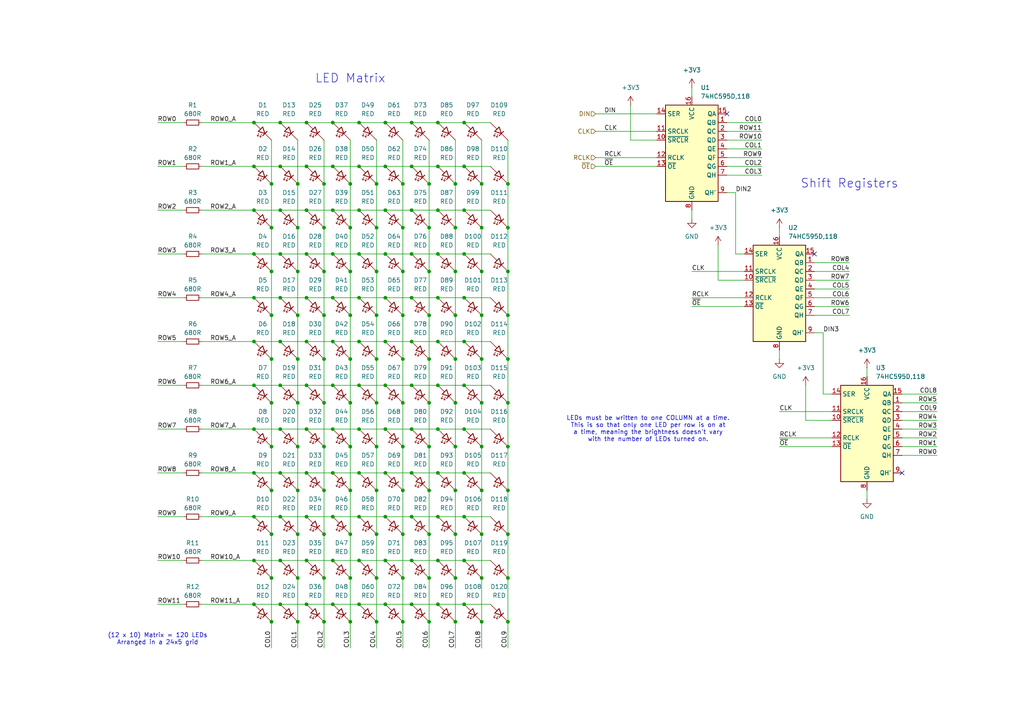
<source format=kicad_sch>
(kicad_sch (version 20231120) (generator "eeschema") (generator_version "8.0")
  (paper "A4")
  (junction (at 111.76 162.56))
  (junction (at 124.46 116.84))
  (junction (at 78.74 129.54))
  (junction (at 81.28 162.56))
  (junction (at 96.52 162.56))
  (junction (at 124.46 91.44))
  (junction (at 81.28 175.26))
  (junction (at 134.62 175.26))
  (junction (at 104.14 124.46))
  (junction (at 101.6 142.24))
  (junction (at 96.52 99.06))
  (junction (at 73.66 73.66))
  (junction (at 119.38 86.36))
  (junction (at 139.7 142.24))
  (junction (at 139.7 180.34))
  (junction (at 111.76 99.06))
  (junction (at 134.62 124.46))
  (junction (at 119.38 149.86))
  (junction (at 73.66 99.06))
  (junction (at 93.98 53.34))
  (junction (at 93.98 142.24))
  (junction (at 86.36 116.84))
  (junction (at 127 48.26))
  (junction (at 96.52 48.26))
  (junction (at 116.84 167.64))
  (junction (at 81.28 137.16))
  (junction (at 101.6 104.14))
  (junction (at 139.7 66.04))
  (junction (at 139.7 53.34))
  (junction (at 78.74 167.64))
  (junction (at 86.36 78.74))
  (junction (at 88.9 73.66))
  (junction (at 134.62 86.36))
  (junction (at 132.08 91.44))
  (junction (at 127 99.06))
  (junction (at 78.74 104.14))
  (junction (at 101.6 180.34))
  (junction (at 127 124.46))
  (junction (at 93.98 78.74))
  (junction (at 88.9 48.26))
  (junction (at 134.62 60.96))
  (junction (at 127 137.16))
  (junction (at 134.62 137.16))
  (junction (at 101.6 91.44))
  (junction (at 78.74 180.34))
  (junction (at 104.14 99.06))
  (junction (at 73.66 162.56))
  (junction (at 124.46 53.34))
  (junction (at 127 86.36))
  (junction (at 104.14 162.56))
  (junction (at 96.52 175.26))
  (junction (at 127 175.26))
  (junction (at 104.14 111.76))
  (junction (at 101.6 167.64))
  (junction (at 111.76 175.26))
  (junction (at 96.52 73.66))
  (junction (at 86.36 66.04))
  (junction (at 86.36 129.54))
  (junction (at 116.84 154.94))
  (junction (at 81.28 149.86))
  (junction (at 124.46 129.54))
  (junction (at 134.62 48.26))
  (junction (at 81.28 99.06))
  (junction (at 124.46 180.34))
  (junction (at 109.22 53.34))
  (junction (at 93.98 167.64))
  (junction (at 124.46 66.04))
  (junction (at 134.62 111.76))
  (junction (at 78.74 66.04))
  (junction (at 132.08 167.64))
  (junction (at 73.66 111.76))
  (junction (at 93.98 116.84))
  (junction (at 116.84 142.24))
  (junction (at 109.22 78.74))
  (junction (at 147.32 53.34))
  (junction (at 96.52 111.76))
  (junction (at 132.08 104.14))
  (junction (at 134.62 73.66))
  (junction (at 88.9 149.86))
  (junction (at 101.6 154.94))
  (junction (at 101.6 78.74))
  (junction (at 132.08 154.94))
  (junction (at 134.62 162.56))
  (junction (at 93.98 91.44))
  (junction (at 111.76 137.16))
  (junction (at 134.62 35.56))
  (junction (at 111.76 111.76))
  (junction (at 116.84 116.84))
  (junction (at 116.84 91.44))
  (junction (at 73.66 149.86))
  (junction (at 116.84 180.34))
  (junction (at 104.14 73.66))
  (junction (at 101.6 116.84))
  (junction (at 109.22 116.84))
  (junction (at 78.74 53.34))
  (junction (at 88.9 124.46))
  (junction (at 104.14 86.36))
  (junction (at 124.46 104.14))
  (junction (at 116.84 129.54))
  (junction (at 109.22 104.14))
  (junction (at 88.9 60.96))
  (junction (at 81.28 48.26))
  (junction (at 96.52 86.36))
  (junction (at 111.76 149.86))
  (junction (at 88.9 137.16))
  (junction (at 93.98 129.54))
  (junction (at 96.52 137.16))
  (junction (at 81.28 86.36))
  (junction (at 147.32 142.24))
  (junction (at 124.46 167.64))
  (junction (at 88.9 99.06))
  (junction (at 73.66 137.16))
  (junction (at 147.32 167.64))
  (junction (at 139.7 78.74))
  (junction (at 119.38 99.06))
  (junction (at 119.38 73.66))
  (junction (at 119.38 60.96))
  (junction (at 109.22 91.44))
  (junction (at 78.74 142.24))
  (junction (at 111.76 35.56))
  (junction (at 73.66 48.26))
  (junction (at 132.08 180.34))
  (junction (at 127 149.86))
  (junction (at 111.76 60.96))
  (junction (at 78.74 78.74))
  (junction (at 147.32 116.84))
  (junction (at 104.14 137.16))
  (junction (at 81.28 73.66))
  (junction (at 132.08 142.24))
  (junction (at 139.7 91.44))
  (junction (at 127 111.76))
  (junction (at 119.38 48.26))
  (junction (at 119.38 111.76))
  (junction (at 132.08 53.34))
  (junction (at 88.9 86.36))
  (junction (at 86.36 142.24))
  (junction (at 81.28 124.46))
  (junction (at 139.7 154.94))
  (junction (at 93.98 104.14))
  (junction (at 93.98 180.34))
  (junction (at 86.36 154.94))
  (junction (at 147.32 129.54))
  (junction (at 104.14 149.86))
  (junction (at 104.14 60.96))
  (junction (at 124.46 154.94))
  (junction (at 147.32 154.94))
  (junction (at 96.52 60.96))
  (junction (at 111.76 48.26))
  (junction (at 139.7 104.14))
  (junction (at 104.14 175.26))
  (junction (at 116.84 66.04))
  (junction (at 109.22 154.94))
  (junction (at 93.98 154.94))
  (junction (at 127 60.96))
  (junction (at 139.7 167.64))
  (junction (at 127 35.56))
  (junction (at 134.62 99.06))
  (junction (at 147.32 91.44))
  (junction (at 119.38 35.56))
  (junction (at 111.76 73.66))
  (junction (at 109.22 180.34))
  (junction (at 88.9 162.56))
  (junction (at 139.7 129.54))
  (junction (at 132.08 116.84))
  (junction (at 101.6 129.54))
  (junction (at 109.22 129.54))
  (junction (at 81.28 60.96))
  (junction (at 93.98 66.04))
  (junction (at 86.36 104.14))
  (junction (at 111.76 124.46))
  (junction (at 124.46 78.74))
  (junction (at 96.52 35.56))
  (junction (at 78.74 154.94))
  (junction (at 116.84 53.34))
  (junction (at 78.74 91.44))
  (junction (at 124.46 142.24))
  (junction (at 88.9 111.76))
  (junction (at 86.36 180.34))
  (junction (at 109.22 66.04))
  (junction (at 147.32 104.14))
  (junction (at 127 73.66))
  (junction (at 104.14 48.26))
  (junction (at 119.38 124.46))
  (junction (at 119.38 175.26))
  (junction (at 116.84 104.14))
  (junction (at 139.7 116.84))
  (junction (at 132.08 78.74))
  (junction (at 147.32 66.04))
  (junction (at 81.28 35.56))
  (junction (at 73.66 175.26))
  (junction (at 104.14 35.56))
  (junction (at 88.9 35.56))
  (junction (at 109.22 167.64))
  (junction (at 127 162.56))
  (junction (at 73.66 124.46))
  (junction (at 116.84 78.74))
  (junction (at 86.36 167.64))
  (junction (at 86.36 53.34))
  (junction (at 132.08 66.04))
  (junction (at 134.62 149.86))
  (junction (at 73.66 86.36))
  (junction (at 81.28 111.76))
  (junction (at 96.52 124.46))
  (junction (at 88.9 175.26))
  (junction (at 147.32 180.34))
  (junction (at 78.74 116.84))
  (junction (at 73.66 35.56))
  (junction (at 109.22 142.24))
  (junction (at 73.66 60.96))
  (junction (at 119.38 162.56))
  (junction (at 96.52 149.86))
  (junction (at 147.32 78.74))
  (junction (at 132.08 129.54))
  (junction (at 101.6 53.34))
  (junction (at 119.38 137.16))
  (junction (at 111.76 86.36))
  (junction (at 86.36 91.44))
  (junction (at 101.6 66.04))
  (no_connect (at 261.62 137.16))
  (no_connect (at 236.22 73.66))
  (no_connect (at 210.82 33.02))
  (wire (pts (xy 119.38 111.76) (xy 127 111.76)))
  (wire (pts (xy 81.28 124.46) (xy 88.9 124.46)))
  (wire (pts (xy 119.38 86.36) (xy 127 86.36)))
  (wire (pts (xy 116.84 78.74) (xy 116.84 91.44)))
  (wire (pts (xy 132.08 91.44) (xy 132.08 104.14)))
  (wire (pts (xy 271.78 114.3) (xy 261.62 114.3)))
  (wire (pts (xy 81.28 48.26) (xy 88.9 48.26)))
  (wire (pts (xy 93.98 66.04) (xy 93.98 78.74)))
  (wire (pts (xy 127 149.86) (xy 134.62 149.86)))
  (wire (pts (xy 226.06 119.38) (xy 241.3 119.38)))
  (wire (pts (xy 109.22 116.84) (xy 109.22 129.54)))
  (wire (pts (xy 134.62 124.46) (xy 142.24 124.46)))
  (wire (pts (xy 73.66 86.36) (xy 81.28 86.36)))
  (wire (pts (xy 45.72 86.36) (xy 53.34 86.36)))
  (wire (pts (xy 101.6 129.54) (xy 101.6 142.24)))
  (wire (pts (xy 271.78 124.46) (xy 261.62 124.46)))
  (wire (pts (xy 58.42 149.86) (xy 73.66 149.86)))
  (wire (pts (xy 134.62 175.26) (xy 142.24 175.26)))
  (wire (pts (xy 220.98 35.56) (xy 210.82 35.56)))
  (wire (pts (xy 101.6 167.64) (xy 101.6 180.34)))
  (wire (pts (xy 86.36 40.64) (xy 86.36 53.34)))
  (wire (pts (xy 116.84 180.34) (xy 116.84 187.96)))
  (wire (pts (xy 88.9 60.96) (xy 96.52 60.96)))
  (wire (pts (xy 210.82 45.72) (xy 220.98 45.72)))
  (wire (pts (xy 109.22 154.94) (xy 109.22 167.64)))
  (wire (pts (xy 127 73.66) (xy 134.62 73.66)))
  (wire (pts (xy 101.6 180.34) (xy 101.6 187.96)))
  (wire (pts (xy 134.62 86.36) (xy 142.24 86.36)))
  (wire (pts (xy 246.38 86.36) (xy 236.22 86.36)))
  (wire (pts (xy 88.9 137.16) (xy 96.52 137.16)))
  (wire (pts (xy 134.62 149.86) (xy 142.24 149.86)))
  (wire (pts (xy 81.28 175.26) (xy 88.9 175.26)))
  (wire (pts (xy 78.74 167.64) (xy 78.74 180.34)))
  (wire (pts (xy 147.32 154.94) (xy 147.32 167.64)))
  (wire (pts (xy 139.7 53.34) (xy 139.7 66.04)))
  (wire (pts (xy 58.42 48.26) (xy 73.66 48.26)))
  (wire (pts (xy 238.76 114.3) (xy 241.3 114.3)))
  (wire (pts (xy 132.08 142.24) (xy 132.08 154.94)))
  (wire (pts (xy 58.42 124.46) (xy 73.66 124.46)))
  (wire (pts (xy 132.08 53.34) (xy 132.08 66.04)))
  (wire (pts (xy 233.68 121.92) (xy 241.3 121.92)))
  (wire (pts (xy 111.76 99.06) (xy 119.38 99.06)))
  (wire (pts (xy 109.22 66.04) (xy 109.22 78.74)))
  (wire (pts (xy 127 162.56) (xy 134.62 162.56)))
  (wire (pts (xy 226.06 66.04) (xy 226.06 68.58)))
  (wire (pts (xy 96.52 162.56) (xy 104.14 162.56)))
  (wire (pts (xy 88.9 48.26) (xy 96.52 48.26)))
  (wire (pts (xy 58.42 60.96) (xy 73.66 60.96)))
  (wire (pts (xy 78.74 180.34) (xy 78.74 187.96)))
  (wire (pts (xy 109.22 78.74) (xy 109.22 91.44)))
  (wire (pts (xy 124.46 104.14) (xy 124.46 116.84)))
  (wire (pts (xy 78.74 142.24) (xy 78.74 154.94)))
  (wire (pts (xy 78.74 53.34) (xy 78.74 66.04)))
  (wire (pts (xy 139.7 129.54) (xy 139.7 142.24)))
  (wire (pts (xy 119.38 162.56) (xy 127 162.56)))
  (wire (pts (xy 213.36 73.66) (xy 215.9 73.66)))
  (wire (pts (xy 81.28 111.76) (xy 88.9 111.76)))
  (wire (pts (xy 139.7 116.84) (xy 139.7 129.54)))
  (wire (pts (xy 104.14 124.46) (xy 111.76 124.46)))
  (wire (pts (xy 111.76 48.26) (xy 119.38 48.26)))
  (wire (pts (xy 220.98 40.64) (xy 210.82 40.64)))
  (wire (pts (xy 116.84 142.24) (xy 116.84 154.94)))
  (wire (pts (xy 104.14 73.66) (xy 111.76 73.66)))
  (wire (pts (xy 147.32 129.54) (xy 147.32 142.24)))
  (wire (pts (xy 109.22 104.14) (xy 109.22 116.84)))
  (wire (pts (xy 93.98 91.44) (xy 93.98 104.14)))
  (wire (pts (xy 200.66 86.36) (xy 215.9 86.36)))
  (wire (pts (xy 124.46 167.64) (xy 124.46 180.34)))
  (wire (pts (xy 182.88 40.64) (xy 190.5 40.64)))
  (wire (pts (xy 246.38 91.44) (xy 236.22 91.44)))
  (wire (pts (xy 116.84 40.64) (xy 116.84 53.34)))
  (wire (pts (xy 226.06 127) (xy 241.3 127)))
  (wire (pts (xy 132.08 78.74) (xy 132.08 91.44)))
  (wire (pts (xy 111.76 111.76) (xy 119.38 111.76)))
  (wire (pts (xy 73.66 149.86) (xy 81.28 149.86)))
  (wire (pts (xy 101.6 104.14) (xy 101.6 116.84)))
  (wire (pts (xy 246.38 88.9) (xy 236.22 88.9)))
  (wire (pts (xy 78.74 116.84) (xy 78.74 129.54)))
  (wire (pts (xy 45.72 60.96) (xy 53.34 60.96)))
  (wire (pts (xy 127 99.06) (xy 134.62 99.06)))
  (wire (pts (xy 147.32 91.44) (xy 147.32 104.14)))
  (wire (pts (xy 101.6 78.74) (xy 101.6 91.44)))
  (wire (pts (xy 134.62 60.96) (xy 142.24 60.96)))
  (wire (pts (xy 147.32 116.84) (xy 147.32 129.54)))
  (wire (pts (xy 45.72 35.56) (xy 53.34 35.56)))
  (wire (pts (xy 127 137.16) (xy 134.62 137.16)))
  (wire (pts (xy 134.62 35.56) (xy 142.24 35.56)))
  (wire (pts (xy 88.9 86.36) (xy 96.52 86.36)))
  (wire (pts (xy 73.66 60.96) (xy 81.28 60.96)))
  (wire (pts (xy 134.62 162.56) (xy 142.24 162.56)))
  (wire (pts (xy 104.14 99.06) (xy 111.76 99.06)))
  (wire (pts (xy 96.52 137.16) (xy 104.14 137.16)))
  (wire (pts (xy 127 175.26) (xy 134.62 175.26)))
  (wire (pts (xy 116.84 154.94) (xy 116.84 167.64)))
  (wire (pts (xy 139.7 91.44) (xy 139.7 104.14)))
  (wire (pts (xy 116.84 129.54) (xy 116.84 142.24)))
  (wire (pts (xy 147.32 66.04) (xy 147.32 78.74)))
  (wire (pts (xy 139.7 180.34) (xy 139.7 187.96)))
  (wire (pts (xy 104.14 48.26) (xy 111.76 48.26)))
  (wire (pts (xy 58.42 35.56) (xy 73.66 35.56)))
  (wire (pts (xy 104.14 162.56) (xy 111.76 162.56)))
  (wire (pts (xy 111.76 137.16) (xy 119.38 137.16)))
  (wire (pts (xy 132.08 180.34) (xy 132.08 187.96)))
  (wire (pts (xy 238.76 96.52) (xy 236.22 96.52)))
  (wire (pts (xy 93.98 180.34) (xy 93.98 187.96)))
  (wire (pts (xy 93.98 154.94) (xy 93.98 167.64)))
  (wire (pts (xy 132.08 167.64) (xy 132.08 180.34)))
  (wire (pts (xy 58.42 99.06) (xy 73.66 99.06)))
  (wire (pts (xy 124.46 180.34) (xy 124.46 187.96)))
  (wire (pts (xy 251.46 106.68) (xy 251.46 109.22)))
  (wire (pts (xy 116.84 167.64) (xy 116.84 180.34)))
  (wire (pts (xy 127 48.26) (xy 134.62 48.26)))
  (wire (pts (xy 226.06 129.54) (xy 241.3 129.54)))
  (wire (pts (xy 93.98 53.34) (xy 93.98 66.04)))
  (wire (pts (xy 134.62 111.76) (xy 142.24 111.76)))
  (wire (pts (xy 93.98 78.74) (xy 93.98 91.44)))
  (wire (pts (xy 78.74 91.44) (xy 78.74 104.14)))
  (wire (pts (xy 73.66 137.16) (xy 81.28 137.16)))
  (wire (pts (xy 88.9 111.76) (xy 96.52 111.76)))
  (wire (pts (xy 86.36 116.84) (xy 86.36 129.54)))
  (wire (pts (xy 86.36 167.64) (xy 86.36 180.34)))
  (wire (pts (xy 93.98 142.24) (xy 93.98 154.94)))
  (wire (pts (xy 109.22 91.44) (xy 109.22 104.14)))
  (wire (pts (xy 104.14 35.56) (xy 111.76 35.56)))
  (wire (pts (xy 109.22 53.34) (xy 109.22 66.04)))
  (wire (pts (xy 109.22 167.64) (xy 109.22 180.34)))
  (wire (pts (xy 119.38 60.96) (xy 127 60.96)))
  (wire (pts (xy 45.72 73.66) (xy 53.34 73.66)))
  (wire (pts (xy 58.42 162.56) (xy 73.66 162.56)))
  (wire (pts (xy 73.66 162.56) (xy 81.28 162.56)))
  (wire (pts (xy 127 35.56) (xy 134.62 35.56)))
  (wire (pts (xy 124.46 66.04) (xy 124.46 78.74)))
  (wire (pts (xy 119.38 73.66) (xy 127 73.66)))
  (wire (pts (xy 88.9 73.66) (xy 96.52 73.66)))
  (wire (pts (xy 88.9 175.26) (xy 96.52 175.26)))
  (wire (pts (xy 119.38 175.26) (xy 127 175.26)))
  (wire (pts (xy 73.66 73.66) (xy 81.28 73.66)))
  (wire (pts (xy 271.78 121.92) (xy 261.62 121.92)))
  (wire (pts (xy 271.78 119.38) (xy 261.62 119.38)))
  (wire (pts (xy 147.32 167.64) (xy 147.32 180.34)))
  (wire (pts (xy 246.38 81.28) (xy 236.22 81.28)))
  (wire (pts (xy 124.46 91.44) (xy 124.46 104.14)))
  (wire (pts (xy 101.6 40.64) (xy 101.6 53.34)))
  (wire (pts (xy 78.74 66.04) (xy 78.74 78.74)))
  (wire (pts (xy 111.76 35.56) (xy 119.38 35.56)))
  (wire (pts (xy 78.74 104.14) (xy 78.74 116.84)))
  (wire (pts (xy 45.72 124.46) (xy 53.34 124.46)))
  (wire (pts (xy 104.14 60.96) (xy 111.76 60.96)))
  (wire (pts (xy 271.78 116.84) (xy 261.62 116.84)))
  (wire (pts (xy 93.98 40.64) (xy 93.98 53.34)))
  (wire (pts (xy 101.6 91.44) (xy 101.6 104.14)))
  (wire (pts (xy 220.98 48.26) (xy 210.82 48.26)))
  (wire (pts (xy 147.32 142.24) (xy 147.32 154.94)))
  (wire (pts (xy 104.14 149.86) (xy 111.76 149.86)))
  (wire (pts (xy 172.72 48.26) (xy 190.5 48.26)))
  (wire (pts (xy 124.46 78.74) (xy 124.46 91.44)))
  (wire (pts (xy 73.66 48.26) (xy 81.28 48.26)))
  (wire (pts (xy 119.38 124.46) (xy 127 124.46)))
  (wire (pts (xy 139.7 142.24) (xy 139.7 154.94)))
  (wire (pts (xy 246.38 83.82) (xy 236.22 83.82)))
  (wire (pts (xy 104.14 175.26) (xy 111.76 175.26)))
  (wire (pts (xy 200.66 25.4) (xy 200.66 27.94)))
  (wire (pts (xy 88.9 35.56) (xy 96.52 35.56)))
  (wire (pts (xy 81.28 35.56) (xy 88.9 35.56)))
  (wire (pts (xy 124.46 40.64) (xy 124.46 53.34)))
  (wire (pts (xy 109.22 40.64) (xy 109.22 53.34)))
  (wire (pts (xy 116.84 53.34) (xy 116.84 66.04)))
  (wire (pts (xy 109.22 180.34) (xy 109.22 187.96)))
  (wire (pts (xy 147.32 40.64) (xy 147.32 53.34)))
  (wire (pts (xy 127 111.76) (xy 134.62 111.76)))
  (wire (pts (xy 132.08 154.94) (xy 132.08 167.64)))
  (wire (pts (xy 220.98 38.1) (xy 210.82 38.1)))
  (wire (pts (xy 119.38 35.56) (xy 127 35.56)))
  (wire (pts (xy 86.36 104.14) (xy 86.36 116.84)))
  (wire (pts (xy 93.98 167.64) (xy 93.98 180.34)))
  (wire (pts (xy 172.72 33.02) (xy 190.5 33.02)))
  (wire (pts (xy 124.46 129.54) (xy 124.46 142.24)))
  (wire (pts (xy 213.36 55.88) (xy 213.36 73.66)))
  (wire (pts (xy 132.08 40.64) (xy 132.08 53.34)))
  (wire (pts (xy 147.32 53.34) (xy 147.32 66.04)))
  (wire (pts (xy 271.78 127) (xy 261.62 127)))
  (wire (pts (xy 139.7 167.64) (xy 139.7 180.34)))
  (wire (pts (xy 86.36 129.54) (xy 86.36 142.24)))
  (wire (pts (xy 104.14 111.76) (xy 111.76 111.76)))
  (wire (pts (xy 73.66 124.46) (xy 81.28 124.46)))
  (wire (pts (xy 111.76 73.66) (xy 119.38 73.66)))
  (wire (pts (xy 109.22 129.54) (xy 109.22 142.24)))
  (wire (pts (xy 132.08 104.14) (xy 132.08 116.84)))
  (wire (pts (xy 111.76 124.46) (xy 119.38 124.46)))
  (wire (pts (xy 101.6 116.84) (xy 101.6 129.54)))
  (wire (pts (xy 73.66 99.06) (xy 81.28 99.06)))
  (wire (pts (xy 271.78 132.08) (xy 261.62 132.08)))
  (wire (pts (xy 238.76 96.52) (xy 238.76 114.3)))
  (wire (pts (xy 226.06 101.6) (xy 226.06 104.14)))
  (wire (pts (xy 251.46 142.24) (xy 251.46 144.78)))
  (wire (pts (xy 86.36 66.04) (xy 86.36 78.74)))
  (wire (pts (xy 132.08 116.84) (xy 132.08 129.54)))
  (wire (pts (xy 73.66 111.76) (xy 81.28 111.76)))
  (wire (pts (xy 127 60.96) (xy 134.62 60.96)))
  (wire (pts (xy 45.72 149.86) (xy 53.34 149.86)))
  (wire (pts (xy 78.74 40.64) (xy 78.74 53.34)))
  (wire (pts (xy 220.98 43.18) (xy 210.82 43.18)))
  (wire (pts (xy 139.7 40.64) (xy 139.7 53.34)))
  (wire (pts (xy 119.38 99.06) (xy 127 99.06)))
  (wire (pts (xy 86.36 180.34) (xy 86.36 187.96)))
  (wire (pts (xy 116.84 91.44) (xy 116.84 104.14)))
  (wire (pts (xy 96.52 86.36) (xy 104.14 86.36)))
  (wire (pts (xy 134.62 48.26) (xy 142.24 48.26)))
  (wire (pts (xy 208.28 71.12) (xy 208.28 81.28)))
  (wire (pts (xy 134.62 73.66) (xy 142.24 73.66)))
  (wire (pts (xy 127 86.36) (xy 134.62 86.36)))
  (wire (pts (xy 93.98 129.54) (xy 93.98 142.24)))
  (wire (pts (xy 93.98 116.84) (xy 93.98 129.54)))
  (wire (pts (xy 96.52 149.86) (xy 104.14 149.86)))
  (wire (pts (xy 139.7 78.74) (xy 139.7 91.44)))
  (wire (pts (xy 73.66 175.26) (xy 81.28 175.26)))
  (wire (pts (xy 111.76 60.96) (xy 119.38 60.96)))
  (wire (pts (xy 86.36 78.74) (xy 86.36 91.44)))
  (wire (pts (xy 86.36 53.34) (xy 86.36 66.04)))
  (wire (pts (xy 200.66 88.9) (xy 215.9 88.9)))
  (wire (pts (xy 111.76 149.86) (xy 119.38 149.86)))
  (wire (pts (xy 78.74 78.74) (xy 78.74 91.44)))
  (wire (pts (xy 119.38 137.16) (xy 127 137.16)))
  (wire (pts (xy 139.7 66.04) (xy 139.7 78.74)))
  (wire (pts (xy 200.66 60.96) (xy 200.66 63.5)))
  (wire (pts (xy 271.78 129.54) (xy 261.62 129.54)))
  (wire (pts (xy 116.84 66.04) (xy 116.84 78.74)))
  (wire (pts (xy 172.72 45.72) (xy 190.5 45.72)))
  (wire (pts (xy 88.9 124.46) (xy 96.52 124.46)))
  (wire (pts (xy 73.66 35.56) (xy 81.28 35.56)))
  (wire (pts (xy 132.08 129.54) (xy 132.08 142.24)))
  (wire (pts (xy 96.52 111.76) (xy 104.14 111.76)))
  (wire (pts (xy 58.42 73.66) (xy 73.66 73.66)))
  (wire (pts (xy 96.52 73.66) (xy 104.14 73.66)))
  (wire (pts (xy 81.28 60.96) (xy 88.9 60.96)))
  (wire (pts (xy 45.72 175.26) (xy 53.34 175.26)))
  (wire (pts (xy 119.38 149.86) (xy 127 149.86)))
  (wire (pts (xy 116.84 116.84) (xy 116.84 129.54)))
  (wire (pts (xy 88.9 149.86) (xy 96.52 149.86)))
  (wire (pts (xy 58.42 175.26) (xy 73.66 175.26)))
  (wire (pts (xy 246.38 76.2) (xy 236.22 76.2)))
  (wire (pts (xy 147.32 104.14) (xy 147.32 116.84)))
  (wire (pts (xy 96.52 124.46) (xy 104.14 124.46)))
  (wire (pts (xy 124.46 116.84) (xy 124.46 129.54)))
  (wire (pts (xy 101.6 154.94) (xy 101.6 167.64)))
  (wire (pts (xy 101.6 142.24) (xy 101.6 154.94)))
  (wire (pts (xy 96.52 175.26) (xy 104.14 175.26)))
  (wire (pts (xy 111.76 86.36) (xy 119.38 86.36)))
  (wire (pts (xy 96.52 35.56) (xy 104.14 35.56)))
  (wire (pts (xy 139.7 154.94) (xy 139.7 167.64)))
  (wire (pts (xy 119.38 48.26) (xy 127 48.26)))
  (wire (pts (xy 86.36 154.94) (xy 86.36 167.64)))
  (wire (pts (xy 246.38 78.74) (xy 236.22 78.74)))
  (wire (pts (xy 111.76 162.56) (xy 119.38 162.56)))
  (wire (pts (xy 134.62 99.06) (xy 142.24 99.06)))
  (wire (pts (xy 86.36 142.24) (xy 86.36 154.94)))
  (wire (pts (xy 147.32 180.34) (xy 147.32 187.96)))
  (wire (pts (xy 233.68 111.76) (xy 233.68 121.92)))
  (wire (pts (xy 86.36 91.44) (xy 86.36 104.14)))
  (wire (pts (xy 96.52 99.06) (xy 104.14 99.06)))
  (wire (pts (xy 132.08 66.04) (xy 132.08 78.74)))
  (wire (pts (xy 104.14 86.36) (xy 111.76 86.36)))
  (wire (pts (xy 81.28 149.86) (xy 88.9 149.86)))
  (wire (pts (xy 210.82 55.88) (xy 213.36 55.88)))
  (wire (pts (xy 45.72 162.56) (xy 53.34 162.56)))
  (wire (pts (xy 78.74 154.94) (xy 78.74 167.64)))
  (wire (pts (xy 139.7 104.14) (xy 139.7 116.84)))
  (wire (pts (xy 81.28 137.16) (xy 88.9 137.16)))
  (wire (pts (xy 81.28 99.06) (xy 88.9 99.06)))
  (wire (pts (xy 81.28 73.66) (xy 88.9 73.66)))
  (wire (pts (xy 93.98 104.14) (xy 93.98 116.84)))
  (wire (pts (xy 116.84 104.14) (xy 116.84 116.84)))
  (wire (pts (xy 58.42 111.76) (xy 73.66 111.76)))
  (wire (pts (xy 45.72 111.76) (xy 53.34 111.76)))
  (wire (pts (xy 124.46 53.34) (xy 124.46 66.04)))
  (wire (pts (xy 45.72 99.06) (xy 53.34 99.06)))
  (wire (pts (xy 111.76 175.26) (xy 119.38 175.26)))
  (wire (pts (xy 81.28 162.56) (xy 88.9 162.56)))
  (wire (pts (xy 220.98 50.8) (xy 210.82 50.8)))
  (wire (pts (xy 124.46 154.94) (xy 124.46 167.64)))
  (wire (pts (xy 109.22 142.24) (xy 109.22 154.94)))
  (wire (pts (xy 58.42 86.36) (xy 73.66 86.36)))
  (wire (pts (xy 172.72 38.1) (xy 190.5 38.1)))
  (wire (pts (xy 45.72 137.16) (xy 53.34 137.16)))
  (wire (pts (xy 134.62 137.16) (xy 142.24 137.16)))
  (wire (pts (xy 101.6 53.34) (xy 101.6 66.04)))
  (wire (pts (xy 182.88 30.48) (xy 182.88 40.64)))
  (wire (pts (xy 101.6 66.04) (xy 101.6 78.74)))
  (wire (pts (xy 96.52 48.26) (xy 104.14 48.26)))
  (wire (pts (xy 104.14 137.16) (xy 111.76 137.16)))
  (wire (pts (xy 88.9 162.56) (xy 96.52 162.56)))
  (wire (pts (xy 127 124.46) (xy 134.62 124.46)))
  (wire (pts (xy 88.9 99.06) (xy 96.52 99.06)))
  (wire (pts (xy 81.28 86.36) (xy 88.9 86.36)))
  (wire (pts (xy 200.66 78.74) (xy 215.9 78.74)))
  (wire (pts (xy 78.74 129.54) (xy 78.74 142.24)))
  (wire (pts (xy 58.42 137.16) (xy 73.66 137.16)))
  (wire (pts (xy 45.72 48.26) (xy 53.34 48.26)))
  (wire (pts (xy 124.46 142.24) (xy 124.46 154.94)))
  (wire (pts (xy 208.28 81.28) (xy 215.9 81.28)))
  (wire (pts (xy 147.32 78.74) (xy 147.32 91.44)))
  (wire (pts (xy 96.52 60.96) (xy 104.14 60.96)))
  (text "LEDs must be written to one COLUMN at a time.\nThis is so that only one LED per row is on at\na time, meaning the brightness doesn't vary\nwith the number of LEDs turned on." (at 187.96 124.46 0) (effects (font (size 1.27 1.27))))
  (text "LED Matrix" (at 101.6 22.86 0) (effects (font (size 2.54 2.54))))
  (text "Shift Registers" (at 246.38 53.34 0) (effects (font (size 2.54 2.54))))
  (text "(12 x 10) Matrix = 120 LEDs\nArranged in a 24x5 grid" (at 45.72 185.42 0) (effects (font (size 1.27 1.27))))
  (label "ROW11_A" (at 60.96 175.26 0))
  (label "COL8" (at 271.78 114.3 180))
  (label "ROW3" (at 45.72 73.66 0))
  (label "ROW8" (at 45.72 137.16 0))
  (label "ROW10_A" (at 60.96 162.56 0))
  (label "COL4" (at 246.38 78.74 180))
  (label "ROW1" (at 45.72 48.26 0))
  (label "COL5" (at 116.84 187.96 90))
  (label "COL2" (at 220.98 48.26 180))
  (label "ROW2" (at 45.72 60.96 0))
  (label "ROW5" (at 45.72 99.06 0))
  (label "COL3" (at 220.98 50.8 180))
  (label "~{OE}" (at 226.06 129.54 0))
  (label "ROW4" (at 271.78 121.92 180))
  (label "~{OE}" (at 200.66 88.9 0))
  (label "COL0" (at 220.98 35.56 180))
  (label "COL5" (at 246.38 83.82 180))
  (label "CLK" (at 200.66 78.74 0))
  (label "ROW3_A" (at 60.96 73.66 0))
  (label "ROW11" (at 45.72 175.26 0))
  (label "COL6" (at 124.46 187.96 90))
  (label "RCLK" (at 175.26 45.72 0))
  (label "ROW2_A" (at 60.96 60.96 0))
  (label "ROW8" (at 246.38 76.2 180))
  (label "COL9" (at 147.32 187.96 90))
  (label "COL8" (at 139.7 187.96 90))
  (label "COL1" (at 86.36 187.96 90))
  (label "ROW9" (at 220.98 45.72 180))
  (label "COL3" (at 101.6 187.96 90))
  (label "ROW1_A" (at 60.96 48.26 0))
  (label "ROW6" (at 246.38 88.9 180))
  (label "ROW9" (at 45.72 149.86 0))
  (label "~{OE}" (at 175.26 48.26 0))
  (label "ROW8_A" (at 60.96 137.16 0))
  (label "CLK" (at 226.06 119.38 0))
  (label "ROW7" (at 246.38 81.28 180))
  (label "COL7" (at 132.08 187.96 90))
  (label "COL6" (at 246.38 86.36 180))
  (label "ROW5" (at 271.78 116.84 180))
  (label "DIN2" (at 213.36 55.88 0))
  (label "ROW0" (at 45.72 35.56 0))
  (label "ROW1" (at 271.78 129.54 180))
  (label "ROW4_A" (at 60.96 86.36 0))
  (label "COL9" (at 271.78 119.38 180))
  (label "DIN" (at 175.26 33.02 0))
  (label "COL7" (at 246.38 91.44 180))
  (label "ROW4" (at 45.72 86.36 0))
  (label "ROW11" (at 220.98 38.1 180))
  (label "ROW6" (at 45.72 111.76 0))
  (label "COL4" (at 109.22 187.96 90))
  (label "CLK" (at 175.26 38.1 0))
  (label "ROW7" (at 45.72 124.46 0))
  (label "ROW2" (at 271.78 127 180))
  (label "COL1" (at 220.98 43.18 180))
  (label "COL0" (at 78.74 187.96 90))
  (label "ROW9_A" (at 60.96 149.86 0))
  (label "RCLK" (at 200.66 86.36 0))
  (label "ROW10" (at 45.72 162.56 0))
  (label "ROW5_A" (at 60.96 99.06 0))
  (label "ROW3" (at 271.78 124.46 180))
  (label "RCLK" (at 226.06 127 0))
  (label "ROW0_A" (at 60.96 35.56 0))
  (label "ROW6_A" (at 60.96 111.76 0))
  (label "ROW10" (at 220.98 40.64 180))
  (label "DIN3" (at 238.76 96.52 0))
  (label "COL2" (at 93.98 187.96 90))
  (label "ROW0" (at 271.78 132.08 180))
  (label "ROW7_A" (at 60.96 124.46 0))
  (hierarchical_label "DIN" (shape input) (at 172.72 33.02 180))
  (hierarchical_label "CLK" (shape input) (at 172.72 38.1 180))
  (hierarchical_label "RCLK" (shape input) (at 172.72 45.72 180))
  (hierarchical_label "~{OE}" (shape input) (at 172.72 48.26 180))
  (symbol (lib_id "Device:LED_45deg") (at 121.92 88.9 0) (unit 1)
    (property "Reference" "D77" (at 121.92 81.28 0))
    (property "Value" "RED" (at 121.92 83.82 0))
    (property "Footprint" "LED_SMD:LED_0402_1005Metric" (effects (hide yes)))
    (property "Description" "Light emitting diode, rotated by 45°" (effects (hide yes)))
  )
  (symbol (lib_id "Device:LED_45deg") (at 144.78 165.1 0) (unit 1)
    (property "Reference" "D119" (at 144.78 157.48 0))
    (property "Value" "RED" (at 144.78 160.02 0))
    (property "Footprint" "LED_SMD:LED_0402_1005Metric" (effects (hide yes)))
    (property "Description" "Light emitting diode, rotated by 45°" (effects (hide yes)))
  )
  (symbol (lib_id "Device:LED_45deg") (at 76.2 38.1 0) (unit 1)
    (property "Reference" "D1" (at 76.2 30.48 0))
    (property "Value" "RED" (at 76.2 33.02 0))
    (property "Footprint" "LED_SMD:LED_0402_1005Metric" (effects (hide yes)))
    (property "Description" "Light emitting diode, rotated by 45°" (effects (hide yes)))
  )
  (symbol (lib_id "Device:R_Small") (at 55.88 162.56 90) (unit 1)
    (property "Reference" "R11" (at 55.88 157.48 90))
    (property "Value" "680R" (at 55.88 160.02 90))
    (property "Footprint" "Resistor_SMD:R_0402_1005Metric" (effects (hide yes)))
    (property "Description" "Resistor, small symbol" (effects (hide yes)))
  )
  (symbol (lib_id "Device:LED_45deg") (at 121.92 177.8 0) (unit 1)
    (property "Reference" "D84" (at 121.92 170.18 0))
    (property "Value" "RED" (at 121.92 172.72 0))
    (property "Footprint" "LED_SMD:LED_0402_1005Metric" (effects (hide yes)))
    (property "Description" "Light emitting diode, rotated by 45°" (effects (hide yes)))
  )
  (symbol (lib_id "Device:LED_45deg") (at 91.44 76.2 0) (unit 1)
    (property "Reference" "D28" (at 91.44 68.58 0))
    (property "Value" "RED" (at 91.44 71.12 0))
    (property "Footprint" "LED_SMD:LED_0402_1005Metric" (effects (hide yes)))
    (property "Description" "Light emitting diode, rotated by 45°" (effects (hide yes)))
  )
  (symbol (lib_id "Device:LED_45deg") (at 144.78 177.8 0) (unit 1)
    (property "Reference" "D120" (at 144.78 170.18 0))
    (property "Value" "RED" (at 144.78 172.72 0))
    (property "Footprint" "LED_SMD:LED_0402_1005Metric" (effects (hide yes)))
    (property "Description" "Light emitting diode, rotated by 45°" (effects (hide yes)))
  )
  (symbol (lib_id "Device:R_Small") (at 55.88 86.36 90) (unit 1)
    (property "Reference" "R5" (at 55.88 81.28 90))
    (property "Value" "680R" (at 55.88 83.82 90))
    (property "Footprint" "Resistor_SMD:R_0402_1005Metric" (effects (hide yes)))
    (property "Description" "Resistor, small symbol" (effects (hide yes)))
  )
  (symbol (lib_id "Device:LED_45deg") (at 83.82 152.4 0) (unit 1)
    (property "Reference" "D22" (at 83.82 144.78 0))
    (property "Value" "RED" (at 83.82 147.32 0))
    (property "Footprint" "LED_SMD:LED_0402_1005Metric" (effects (hide yes)))
    (property "Description" "Light emitting diode, rotated by 45°" (effects (hide yes)))
  )
  (symbol (lib_id "Device:LED_45deg") (at 137.16 152.4 0) (unit 1)
    (property "Reference" "D106" (at 137.16 144.78 0))
    (property "Value" "RED" (at 137.16 147.32 0))
    (property "Footprint" "LED_SMD:LED_0402_1005Metric" (effects (hide yes)))
    (property "Description" "Light emitting diode, rotated by 45°" (effects (hide yes)))
  )
  (symbol (lib_id "Device:LED_45deg") (at 114.3 88.9 0) (unit 1)
    (property "Reference" "D65" (at 114.3 81.28 0))
    (property "Value" "RED" (at 114.3 83.82 0))
    (property "Footprint" "LED_SMD:LED_0402_1005Metric" (effects (hide yes)))
    (property "Description" "Light emitting diode, rotated by 45°" (effects (hide yes)))
  )
  (symbol (lib_id "power:GND") (at 200.66 63.5 0) (mirror y) (unit 1)
    (property "Reference" "#PWR03" (effects (hide yes)))
    (property "Value" "GND" (at 200.66 68.58 0))
    (property "Description" "Power symbol creates a global label with name \"GND\" , ground" (effects (hide yes)))
  )
  (symbol (lib_id "Device:LED_45deg") (at 129.54 76.2 0) (unit 1)
    (property "Reference" "D88" (at 129.54 68.58 0))
    (property "Value" "RED" (at 129.54 71.12 0))
    (property "Footprint" "LED_SMD:LED_0402_1005Metric" (effects (hide yes)))
    (property "Description" "Light emitting diode, rotated by 45°" (effects (hide yes)))
  )
  (symbol (lib_id "Device:LED_45deg") (at 114.3 76.2 0) (unit 1)
    (property "Reference" "D64" (at 114.3 68.58 0))
    (property "Value" "RED" (at 114.3 71.12 0))
    (property "Footprint" "LED_SMD:LED_0402_1005Metric" (effects (hide yes)))
    (property "Description" "Light emitting diode, rotated by 45°" (effects (hide yes)))
  )
  (symbol (lib_id "Device:LED_45deg") (at 137.16 114.3 0) (unit 1)
    (property "Reference" "D103" (at 137.16 106.68 0))
    (property "Value" "RED" (at 137.16 109.22 0))
    (property "Footprint" "LED_SMD:LED_0402_1005Metric" (effects (hide yes)))
    (property "Description" "Light emitting diode, rotated by 45°" (effects (hide yes)))
  )
  (symbol (lib_id "Device:LED_45deg") (at 91.44 101.6 0) (unit 1)
    (property "Reference" "D30" (at 91.44 93.98 0))
    (property "Value" "RED" (at 91.44 96.52 0))
    (property "Footprint" "LED_SMD:LED_0402_1005Metric" (effects (hide yes)))
    (property "Description" "Light emitting diode, rotated by 45°" (effects (hide yes)))
  )
  (symbol (lib_id "Device:LED_45deg") (at 106.68 88.9 0) (unit 1)
    (property "Reference" "D53" (at 106.68 81.28 0))
    (property "Value" "RED" (at 106.68 83.82 0))
    (property "Footprint" "LED_SMD:LED_0402_1005Metric" (effects (hide yes)))
    (property "Description" "Light emitting diode, rotated by 45°" (effects (hide yes)))
  )
  (symbol (lib_id "Device:LED_45deg") (at 106.68 76.2 0) (unit 1)
    (property "Reference" "D52" (at 106.68 68.58 0))
    (property "Value" "RED" (at 106.68 71.12 0))
    (property "Footprint" "LED_SMD:LED_0402_1005Metric" (effects (hide yes)))
    (property "Description" "Light emitting diode, rotated by 45°" (effects (hide yes)))
  )
  (symbol (lib_id "Device:LED_45deg") (at 144.78 114.3 0) (unit 1)
    (property "Reference" "D115" (at 144.78 106.68 0))
    (property "Value" "RED" (at 144.78 109.22 0))
    (property "Footprint" "LED_SMD:LED_0402_1005Metric" (effects (hide yes)))
    (property "Description" "Light emitting diode, rotated by 45°" (effects (hide yes)))
  )
  (symbol (lib_id "power:+3V3") (at 233.68 111.76 0) (unit 1)
    (property "Reference" "#PWR07" (effects (hide yes)))
    (property "Value" "+3V3" (at 233.68 106.68 0))
    (property "Description" "Power symbol creates a global label with name \"+3V3\"" (effects (hide yes)))
  )
  (symbol (lib_id "Device:LED_45deg") (at 83.82 50.8 0) (unit 1)
    (property "Reference" "D14" (at 83.82 43.18 0))
    (property "Value" "RED" (at 83.82 45.72 0))
    (property "Footprint" "LED_SMD:LED_0402_1005Metric" (effects (hide yes)))
    (property "Description" "Light emitting diode, rotated by 45°" (effects (hide yes)))
  )
  (symbol (lib_id "Device:R_Small") (at 55.88 111.76 90) (unit 1)
    (property "Reference" "R7" (at 55.88 106.68 90))
    (property "Value" "680R" (at 55.88 109.22 90))
    (property "Footprint" "Resistor_SMD:R_0402_1005Metric" (effects (hide yes)))
    (property "Description" "Resistor, small symbol" (effects (hide yes)))
  )
  (symbol (lib_id "Device:LED_45deg") (at 129.54 88.9 0) (unit 1)
    (property "Reference" "D89" (at 129.54 81.28 0))
    (property "Value" "RED" (at 129.54 83.82 0))
    (property "Footprint" "LED_SMD:LED_0402_1005Metric" (effects (hide yes)))
    (property "Description" "Light emitting diode, rotated by 45°" (effects (hide yes)))
  )
  (symbol (lib_id "Device:LED_45deg") (at 99.06 165.1 0) (unit 1)
    (property "Reference" "D47" (at 99.06 157.48 0))
    (property "Value" "RED" (at 99.06 160.02 0))
    (property "Footprint" "LED_SMD:LED_0402_1005Metric" (effects (hide yes)))
    (property "Description" "Light emitting diode, rotated by 45°" (effects (hide yes)))
  )
  (symbol (lib_id "Device:LED_45deg") (at 114.3 50.8 0) (unit 1)
    (property "Reference" "D62" (at 114.3 43.18 0))
    (property "Value" "RED" (at 114.3 45.72 0))
    (property "Footprint" "LED_SMD:LED_0402_1005Metric" (effects (hide yes)))
    (property "Description" "Light emitting diode, rotated by 45°" (effects (hide yes)))
  )
  (symbol (lib_id "Device:LED_45deg") (at 106.68 114.3 0) (unit 1)
    (property "Reference" "D55" (at 106.68 106.68 0))
    (property "Value" "RED" (at 106.68 109.22 0))
    (property "Footprint" "LED_SMD:LED_0402_1005Metric" (effects (hide yes)))
    (property "Description" "Light emitting diode, rotated by 45°" (effects (hide yes)))
  )
  (symbol (lib_id "74xx:74HC595") (at 200.66 43.18 0) (unit 1)
    (property "Reference" "U1" (at 203.2 25.4 0) (effects (justify left)))
    (property "Value" "74HC595D,118" (at 203.2 27.94 0) (effects (justify left)))
    (property "Footprint" "Package_SO:SOIC-16_3.9x9.9mm_P1.27mm" (effects (hide yes)))
    (property "Datasheet" "http://www.ti.com/lit/ds/symlink/sn74hc595.pdf" (effects (hide yes)))
    (property "Description" "8-bit serial in/out Shift Register 3-State Outputs" (effects (hide yes)))
    (property "LCSC part number" "C5947" (effects (hide yes)))
  )
  (symbol (lib_id "Device:LED_45deg") (at 99.06 152.4 0) (unit 1)
    (property "Reference" "D46" (at 99.06 144.78 0))
    (property "Value" "RED" (at 99.06 147.32 0))
    (property "Footprint" "LED_SMD:LED_0402_1005Metric" (effects (hide yes)))
    (property "Description" "Light emitting diode, rotated by 45°" (effects (hide yes)))
  )
  (symbol (lib_id "Device:LED_45deg") (at 144.78 38.1 0) (unit 1)
    (property "Reference" "D109" (at 144.78 30.48 0))
    (property "Value" "RED" (at 144.78 33.02 0))
    (property "Footprint" "LED_SMD:LED_0402_1005Metric" (effects (hide yes)))
    (property "Description" "Light emitting diode, rotated by 45°" (effects (hide yes)))
  )
  (symbol (lib_id "Device:LED_45deg") (at 137.16 38.1 0) (unit 1)
    (property "Reference" "D97" (at 137.16 30.48 0))
    (property "Value" "RED" (at 137.16 33.02 0))
    (property "Footprint" "LED_SMD:LED_0402_1005Metric" (effects (hide yes)))
    (property "Description" "Light emitting diode, rotated by 45°" (effects (hide yes)))
  )
  (symbol (lib_id "Device:LED_45deg") (at 106.68 50.8 0) (unit 1)
    (property "Reference" "D50" (at 106.68 43.18 0))
    (property "Value" "RED" (at 106.68 45.72 0))
    (property "Footprint" "LED_SMD:LED_0402_1005Metric" (effects (hide yes)))
    (property "Description" "Light emitting diode, rotated by 45°" (effects (hide yes)))
  )
  (symbol (lib_id "power:+3V3") (at 251.46 106.68 0) (unit 1)
    (property "Reference" "#PWR08" (effects (hide yes)))
    (property "Value" "+3V3" (at 251.46 101.6 0))
    (property "Description" "Power symbol creates a global label with name \"+3V3\"" (effects (hide yes)))
  )
  (symbol (lib_id "Device:R_Small") (at 55.88 99.06 90) (unit 1)
    (property "Reference" "R6" (at 55.88 93.98 90))
    (property "Value" "680R" (at 55.88 96.52 90))
    (property "Footprint" "Resistor_SMD:R_0402_1005Metric" (effects (hide yes)))
    (property "Description" "Resistor, small symbol" (effects (hide yes)))
  )
  (symbol (lib_id "Device:LED_45deg") (at 106.68 127 0) (unit 1)
    (property "Reference" "D56" (at 106.68 119.38 0))
    (property "Value" "RED" (at 106.68 121.92 0))
    (property "Footprint" "LED_SMD:LED_0402_1005Metric" (effects (hide yes)))
    (property "Description" "Light emitting diode, rotated by 45°" (effects (hide yes)))
  )
  (symbol (lib_id "Device:LED_45deg") (at 121.92 76.2 0) (unit 1)
    (property "Reference" "D76" (at 121.92 68.58 0))
    (property "Value" "RED" (at 121.92 71.12 0))
    (property "Footprint" "LED_SMD:LED_0402_1005Metric" (effects (hide yes)))
    (property "Description" "Light emitting diode, rotated by 45°" (effects (hide yes)))
  )
  (symbol (lib_id "Device:LED_45deg") (at 91.44 88.9 0) (unit 1)
    (property "Reference" "D29" (at 91.44 81.28 0))
    (property "Value" "RED" (at 91.44 83.82 0))
    (property "Footprint" "LED_SMD:LED_0402_1005Metric" (effects (hide yes)))
    (property "Description" "Light emitting diode, rotated by 45°" (effects (hide yes)))
  )
  (symbol (lib_id "Device:LED_45deg") (at 137.16 127 0) (unit 1)
    (property "Reference" "D104" (at 137.16 119.38 0))
    (property "Value" "RED" (at 137.16 121.92 0))
    (property "Footprint" "LED_SMD:LED_0402_1005Metric" (effects (hide yes)))
    (property "Description" "Light emitting diode, rotated by 45°" (effects (hide yes)))
  )
  (symbol (lib_id "Device:LED_45deg") (at 83.82 177.8 0) (unit 1)
    (property "Reference" "D24" (at 83.82 170.18 0))
    (property "Value" "RED" (at 83.82 172.72 0))
    (property "Footprint" "LED_SMD:LED_0402_1005Metric" (effects (hide yes)))
    (property "Description" "Light emitting diode, rotated by 45°" (effects (hide yes)))
  )
  (symbol (lib_id "Device:LED_45deg") (at 99.06 76.2 0) (unit 1)
    (property "Reference" "D40" (at 99.06 68.58 0))
    (property "Value" "RED" (at 99.06 71.12 0))
    (property "Footprint" "LED_SMD:LED_0402_1005Metric" (effects (hide yes)))
    (property "Description" "Light emitting diode, rotated by 45°" (effects (hide yes)))
  )
  (symbol (lib_id "Device:LED_45deg") (at 76.2 139.7 0) (unit 1)
    (property "Reference" "D9" (at 76.2 132.08 0))
    (property "Value" "RED" (at 76.2 134.62 0))
    (property "Footprint" "LED_SMD:LED_0402_1005Metric" (effects (hide yes)))
    (property "Description" "Light emitting diode, rotated by 45°" (effects (hide yes)))
  )
  (symbol (lib_id "Device:LED_45deg") (at 106.68 165.1 0) (unit 1)
    (property "Reference" "D59" (at 106.68 157.48 0))
    (property "Value" "RED" (at 106.68 160.02 0))
    (property "Footprint" "LED_SMD:LED_0402_1005Metric" (effects (hide yes)))
    (property "Description" "Light emitting diode, rotated by 45°" (effects (hide yes)))
  )
  (symbol (lib_id "Device:LED_45deg") (at 76.2 101.6 0) (unit 1)
    (property "Reference" "D6" (at 76.2 93.98 0))
    (property "Value" "RED" (at 76.2 96.52 0))
    (property "Footprint" "LED_SMD:LED_0402_1005Metric" (effects (hide yes)))
    (property "Description" "Light emitting diode, rotated by 45°" (effects (hide yes)))
  )
  (symbol (lib_id "Device:LED_45deg") (at 106.68 139.7 0) (unit 1)
    (property "Reference" "D57" (at 106.68 132.08 0))
    (property "Value" "RED" (at 106.68 134.62 0))
    (property "Footprint" "LED_SMD:LED_0402_1005Metric" (effects (hide yes)))
    (property "Description" "Light emitting diode, rotated by 45°" (effects (hide yes)))
  )
  (symbol (lib_id "Device:LED_45deg") (at 121.92 114.3 0) (unit 1)
    (property "Reference" "D79" (at 121.92 106.68 0))
    (property "Value" "RED" (at 121.92 109.22 0))
    (property "Footprint" "LED_SMD:LED_0402_1005Metric" (effects (hide yes)))
    (property "Description" "Light emitting diode, rotated by 45°" (effects (hide yes)))
  )
  (symbol (lib_id "Device:LED_45deg") (at 91.44 177.8 0) (unit 1)
    (property "Reference" "D36" (at 91.44 170.18 0))
    (property "Value" "RED" (at 91.44 172.72 0))
    (property "Footprint" "LED_SMD:LED_0402_1005Metric" (effects (hide yes)))
    (property "Description" "Light emitting diode, rotated by 45°" (effects (hide yes)))
  )
  (symbol (lib_id "power:+3V3") (at 200.66 25.4 0) (unit 1)
    (property "Reference" "#PWR02" (effects (hide yes)))
    (property "Value" "+3V3" (at 200.66 20.32 0))
    (property "Description" "Power symbol creates a global label with name \"+3V3\"" (effects (hide yes)))
  )
  (symbol (lib_id "Device:LED_45deg") (at 99.06 101.6 0) (unit 1)
    (property "Reference" "D42" (at 99.06 93.98 0))
    (property "Value" "RED" (at 99.06 96.52 0))
    (property "Footprint" "LED_SMD:LED_0402_1005Metric" (effects (hide yes)))
    (property "Description" "Light emitting diode, rotated by 45°" (effects (hide yes)))
  )
  (symbol (lib_id "Device:LED_45deg") (at 91.44 165.1 0) (unit 1)
    (property "Reference" "D35" (at 91.44 157.48 0))
    (property "Value" "RED" (at 91.44 160.02 0))
    (property "Footprint" "LED_SMD:LED_0402_1005Metric" (effects (hide yes)))
    (property "Description" "Light emitting diode, rotated by 45°" (effects (hide yes)))
  )
  (symbol (lib_id "Device:LED_45deg") (at 106.68 38.1 0) (unit 1)
    (property "Reference" "D49" (at 106.68 30.48 0))
    (property "Value" "RED" (at 106.68 33.02 0))
    (property "Footprint" "LED_SMD:LED_0402_1005Metric" (effects (hide yes)))
    (property "Description" "Light emitting diode, rotated by 45°" (effects (hide yes)))
  )
  (symbol (lib_id "Device:LED_45deg") (at 144.78 88.9 0) (unit 1)
    (property "Reference" "D113" (at 144.78 81.28 0))
    (property "Value" "RED" (at 144.78 83.82 0))
    (property "Footprint" "LED_SMD:LED_0402_1005Metric" (effects (hide yes)))
    (property "Description" "Light emitting diode, rotated by 45°" (effects (hide yes)))
  )
  (symbol (lib_id "Device:LED_45deg") (at 129.54 101.6 0) (unit 1)
    (property "Reference" "D90" (at 129.54 93.98 0))
    (property "Value" "RED" (at 129.54 96.52 0))
    (property "Footprint" "LED_SMD:LED_0402_1005Metric" (effects (hide yes)))
    (property "Description" "Light emitting diode, rotated by 45°" (effects (hide yes)))
  )
  (symbol (lib_id "Device:LED_45deg") (at 121.92 38.1 0) (unit 1)
    (property "Reference" "D73" (at 121.92 30.48 0))
    (property "Value" "RED" (at 121.92 33.02 0))
    (property "Footprint" "LED_SMD:LED_0402_1005Metric" (effects (hide yes)))
    (property "Description" "Light emitting diode, rotated by 45°" (effects (hide yes)))
  )
  (symbol (lib_id "Device:LED_45deg") (at 137.16 88.9 0) (unit 1)
    (property "Reference" "D101" (at 137.16 81.28 0))
    (property "Value" "RED" (at 137.16 83.82 0))
    (property "Footprint" "LED_SMD:LED_0402_1005Metric" (effects (hide yes)))
    (property "Description" "Light emitting diode, rotated by 45°" (effects (hide yes)))
  )
  (symbol (lib_id "Device:LED_45deg") (at 129.54 165.1 0) (unit 1)
    (property "Reference" "D95" (at 129.54 157.48 0))
    (property "Value" "RED" (at 129.54 160.02 0))
    (property "Footprint" "LED_SMD:LED_0402_1005Metric" (effects (hide yes)))
    (property "Description" "Light emitting diode, rotated by 45°" (effects (hide yes)))
  )
  (symbol (lib_id "Device:LED_45deg") (at 121.92 50.8 0) (unit 1)
    (property "Reference" "D74" (at 121.92 43.18 0))
    (property "Value" "RED" (at 121.92 45.72 0))
    (property "Footprint" "LED_SMD:LED_0402_1005Metric" (effects (hide yes)))
    (property "Description" "Light emitting diode, rotated by 45°" (effects (hide yes)))
  )
  (symbol (lib_id "Device:LED_45deg") (at 83.82 139.7 0) (unit 1)
    (property "Reference" "D21" (at 83.82 132.08 0))
    (property "Value" "RED" (at 83.82 134.62 0))
    (property "Footprint" "LED_SMD:LED_0402_1005Metric" (effects (hide yes)))
    (property "Description" "Light emitting diode, rotated by 45°" (effects (hide yes)))
  )
  (symbol (lib_id "Device:LED_45deg") (at 99.06 50.8 0) (unit 1)
    (property "Reference" "D38" (at 99.06 43.18 0))
    (property "Value" "RED" (at 99.06 45.72 0))
    (property "Footprint" "LED_SMD:LED_0402_1005Metric" (effects (hide yes)))
    (property "Description" "Light emitting diode, rotated by 45°" (effects (hide yes)))
  )
  (symbol (lib_id "Device:LED_45deg") (at 144.78 101.6 0) (unit 1)
    (property "Reference" "D114" (at 144.78 93.98 0))
    (property "Value" "RED" (at 144.78 96.52 0))
    (property "Footprint" "LED_SMD:LED_0402_1005Metric" (effects (hide yes)))
    (property "Description" "Light emitting diode, rotated by 45°" (effects (hide yes)))
  )
  (symbol (lib_id "Device:R_Small") (at 55.88 73.66 90) (unit 1)
    (property "Reference" "R4" (at 55.88 68.58 90))
    (property "Value" "680R" (at 55.88 71.12 90))
    (property "Footprint" "Resistor_SMD:R_0402_1005Metric" (effects (hide yes)))
    (property "Description" "Resistor, small symbol" (effects (hide yes)))
  )
  (symbol (lib_id "Device:R_Small") (at 55.88 137.16 90) (unit 1)
    (property "Reference" "R9" (at 55.88 132.08 90))
    (property "Value" "680R" (at 55.88 134.62 90))
    (property "Footprint" "Resistor_SMD:R_0402_1005Metric" (effects (hide yes)))
    (property "Description" "Resistor, small symbol" (effects (hide yes)))
  )
  (symbol (lib_id "Device:LED_45deg") (at 76.2 152.4 0) (unit 1)
    (property "Reference" "D10" (at 76.2 144.78 0))
    (property "Value" "RED" (at 76.2 147.32 0))
    (property "Footprint" "LED_SMD:LED_0402_1005Metric" (effects (hide yes)))
    (property "Description" "Light emitting diode, rotated by 45°" (effects (hide yes)))
  )
  (symbol (lib_id "Device:LED_45deg") (at 83.82 88.9 0) (unit 1)
    (property "Reference" "D17" (at 83.82 81.28 0))
    (property "Value" "RED" (at 83.82 83.82 0))
    (property "Footprint" "LED_SMD:LED_0402_1005Metric" (effects (hide yes)))
    (property "Description" "Light emitting diode, rotated by 45°" (effects (hide yes)))
  )
  (symbol (lib_id "Device:LED_45deg") (at 76.2 63.5 0) (unit 1)
    (property "Reference" "D3" (at 76.2 55.88 0))
    (property "Value" "RED" (at 76.2 58.42 0))
    (property "Footprint" "LED_SMD:LED_0402_1005Metric" (effects (hide yes)))
    (property "Description" "Light emitting diode, rotated by 45°" (effects (hide yes)))
  )
  (symbol (lib_id "Device:LED_45deg") (at 83.82 38.1 0) (unit 1)
    (property "Reference" "D13" (at 83.82 30.48 0))
    (property "Value" "RED" (at 83.82 33.02 0))
    (property "Footprint" "LED_SMD:LED_0402_1005Metric" (effects (hide yes)))
    (property "Description" "Light emitting diode, rotated by 45°" (effects (hide yes)))
  )
  (symbol (lib_id "Device:LED_45deg") (at 76.2 76.2 0) (unit 1)
    (property "Reference" "D4" (at 76.2 68.58 0))
    (property "Value" "RED" (at 76.2 71.12 0))
    (property "Footprint" "LED_SMD:LED_0402_1005Metric" (effects (hide yes)))
    (property "Description" "Light emitting diode, rotated by 45°" (effects (hide yes)))
  )
  (symbol (lib_id "Device:LED_45deg") (at 76.2 165.1 0) (unit 1)
    (property "Reference" "D11" (at 76.2 157.48 0))
    (property "Value" "RED" (at 76.2 160.02 0))
    (property "Footprint" "LED_SMD:LED_0402_1005Metric" (effects (hide yes)))
    (property "Description" "Light emitting diode, rotated by 45°" (effects (hide yes)))
  )
  (symbol (lib_id "Device:R_Small") (at 55.88 124.46 90) (unit 1)
    (property "Reference" "R8" (at 55.88 119.38 90))
    (property "Value" "680R" (at 55.88 121.92 90))
    (property "Footprint" "Resistor_SMD:R_0402_1005Metric" (effects (hide yes)))
    (property "Description" "Resistor, small symbol" (effects (hide yes)))
  )
  (symbol (lib_id "Device:LED_45deg") (at 137.16 63.5 0) (unit 1)
    (property "Reference" "D99" (at 137.16 55.88 0))
    (property "Value" "RED" (at 137.16 58.42 0))
    (property "Footprint" "LED_SMD:LED_0402_1005Metric" (effects (hide yes)))
    (property "Description" "Light emitting diode, rotated by 45°" (effects (hide yes)))
  )
  (symbol (lib_id "Device:LED_45deg") (at 76.2 50.8 0) (unit 1)
    (property "Reference" "D2" (at 76.2 43.18 0))
    (property "Value" "RED" (at 76.2 45.72 0))
    (property "Footprint" "LED_SMD:LED_0402_1005Metric" (effects (hide yes)))
    (property "Description" "Light emitting diode, rotated by 45°" (effects (hide yes)))
  )
  (symbol (lib_id "Device:R_Small") (at 55.88 48.26 90) (unit 1)
    (property "Reference" "R2" (at 55.88 43.18 90))
    (property "Value" "680R" (at 55.88 45.72 90))
    (property "Footprint" "Resistor_SMD:R_0402_1005Metric" (effects (hide yes)))
    (property "Description" "Resistor, small symbol" (effects (hide yes)))
  )
  (symbol (lib_id "Device:LED_45deg") (at 83.82 101.6 0) (unit 1)
    (property "Reference" "D18" (at 83.82 93.98 0))
    (property "Value" "RED" (at 83.82 96.52 0))
    (property "Footprint" "LED_SMD:LED_0402_1005Metric" (effects (hide yes)))
    (property "Description" "Light emitting diode, rotated by 45°" (effects (hide yes)))
  )
  (symbol (lib_id "Device:R_Small") (at 55.88 175.26 90) (unit 1)
    (property "Reference" "R12" (at 55.88 170.18 90))
    (property "Value" "680R" (at 55.88 172.72 90))
    (property "Footprint" "Resistor_SMD:R_0402_1005Metric" (effects (hide yes)))
    (property "Description" "Resistor, small symbol" (effects (hide yes)))
  )
  (symbol (lib_id "Device:LED_45deg") (at 129.54 139.7 0) (unit 1)
    (property "Reference" "D93" (at 129.54 132.08 0))
    (property "Value" "RED" (at 129.54 134.62 0))
    (property "Footprint" "LED_SMD:LED_0402_1005Metric" (effects (hide yes)))
    (property "Description" "Light emitting diode, rotated by 45°" (effects (hide yes)))
  )
  (symbol (lib_id "Device:LED_45deg") (at 114.3 165.1 0) (unit 1)
    (property "Reference" "D71" (at 114.3 157.48 0))
    (property "Value" "RED" (at 114.3 160.02 0))
    (property "Footprint" "LED_SMD:LED_0402_1005Metric" (effects (hide yes)))
    (property "Description" "Light emitting diode, rotated by 45°" (effects (hide yes)))
  )
  (symbol (lib_id "Device:LED_45deg") (at 114.3 114.3 0) (unit 1)
    (property "Reference" "D67" (at 114.3 106.68 0))
    (property "Value" "RED" (at 114.3 109.22 0))
    (property "Footprint" "LED_SMD:LED_0402_1005Metric" (effects (hide yes)))
    (property "Description" "Light emitting diode, rotated by 45°" (effects (hide yes)))
  )
  (symbol (lib_id "74xx:74HC595") (at 226.06 83.82 0) (unit 1)
    (property "Reference" "U2" (at 228.6 66.04 0) (effects (justify left)))
    (property "Value" "74HC595D,118" (at 228.6 68.58 0) (effects (justify left)))
    (property "Footprint" "Package_SO:SOIC-16_3.9x9.9mm_P1.27mm" (effects (hide yes)))
    (property "Datasheet" "http://www.ti.com/lit/ds/symlink/sn74hc595.pdf" (effects (hide yes)))
    (property "Description" "8-bit serial in/out Shift Register 3-State Outputs" (effects (hide yes)))
    (property "LCSC part number" "C5947" (effects (hide yes)))
  )
  (symbol (lib_id "Device:LED_45deg") (at 114.3 63.5 0) (unit 1)
    (property "Reference" "D63" (at 114.3 55.88 0))
    (property "Value" "RED" (at 114.3 58.42 0))
    (property "Footprint" "LED_SMD:LED_0402_1005Metric" (effects (hide yes)))
    (property "Description" "Light emitting diode, rotated by 45°" (effects (hide yes)))
  )
  (symbol (lib_id "Device:LED_45deg") (at 83.82 63.5 0) (unit 1)
    (property "Reference" "D15" (at 83.82 55.88 0))
    (property "Value" "RED" (at 83.82 58.42 0))
    (property "Footprint" "LED_SMD:LED_0402_1005Metric" (effects (hide yes)))
    (property "Description" "Light emitting diode, rotated by 45°" (effects (hide yes)))
  )
  (symbol (lib_id "Device:LED_45deg") (at 129.54 38.1 0) (unit 1)
    (property "Reference" "D85" (at 129.54 30.48 0))
    (property "Value" "RED" (at 129.54 33.02 0))
    (property "Footprint" "LED_SMD:LED_0402_1005Metric" (effects (hide yes)))
    (property "Description" "Light emitting diode, rotated by 45°" (effects (hide yes)))
  )
  (symbol (lib_id "Device:LED_45deg") (at 129.54 50.8 0) (unit 1)
    (property "Reference" "D86" (at 129.54 43.18 0))
    (property "Value" "RED" (at 129.54 45.72 0))
    (property "Footprint" "LED_SMD:LED_0402_1005Metric" (effects (hide yes)))
    (property "Description" "Light emitting diode, rotated by 45°" (effects (hide yes)))
  )
  (symbol (lib_id "Device:LED_45deg") (at 114.3 127 0) (unit 1)
    (property "Reference" "D68" (at 114.3 119.38 0))
    (property "Value" "RED" (at 114.3 121.92 0))
    (property "Footprint" "LED_SMD:LED_0402_1005Metric" (effects (hide yes)))
    (property "Description" "Light emitting diode, rotated by 45°" (effects (hide yes)))
  )
  (symbol (lib_id "Device:LED_45deg") (at 106.68 101.6 0) (unit 1)
    (property "Reference" "D54" (at 106.68 93.98 0))
    (property "Value" "RED" (at 106.68 96.52 0))
    (property "Footprint" "LED_SMD:LED_0402_1005Metric" (effects (hide yes)))
    (property "Description" "Light emitting diode, rotated by 45°" (effects (hide yes)))
  )
  (symbol (lib_id "Device:LED_45deg") (at 91.44 152.4 0) (unit 1)
    (property "Reference" "D34" (at 91.44 144.78 0))
    (property "Value" "RED" (at 91.44 147.32 0))
    (property "Footprint" "LED_SMD:LED_0402_1005Metric" (effects (hide yes)))
    (property "Description" "Light emitting diode, rotated by 45°" (effects (hide yes)))
  )
  (symbol (lib_id "power:+3V3") (at 182.88 30.48 0) (unit 1)
    (property "Reference" "#PWR01" (effects (hide yes)))
    (property "Value" "+3V3" (at 182.88 25.4 0))
    (property "Description" "Power symbol creates a global label with name \"+3V3\"" (effects (hide yes)))
  )
  (symbol (lib_id "Device:LED_45deg") (at 137.16 101.6 0) (unit 1)
    (property "Reference" "D102" (at 137.16 93.98 0))
    (property "Value" "RED" (at 137.16 96.52 0))
    (property "Footprint" "LED_SMD:LED_0402_1005Metric" (effects (hide yes)))
    (property "Description" "Light emitting diode, rotated by 45°" (effects (hide yes)))
  )
  (symbol (lib_id "Device:LED_45deg") (at 83.82 76.2 0) (unit 1)
    (property "Reference" "D16" (at 83.82 68.58 0))
    (property "Value" "RED" (at 83.82 71.12 0))
    (property "Footprint" "LED_SMD:LED_0402_1005Metric" (effects (hide yes)))
    (property "Description" "Light emitting diode, rotated by 45°" (effects (hide yes)))
  )
  (symbol (lib_id "Device:LED_45deg") (at 121.92 63.5 0) (unit 1)
    (property "Reference" "D75" (at 121.92 55.88 0))
    (property "Value" "RED" (at 121.92 58.42 0))
    (property "Footprint" "LED_SMD:LED_0402_1005Metric" (effects (hide yes)))
    (property "Description" "Light emitting diode, rotated by 45°" (effects (hide yes)))
  )
  (symbol (lib_id "power:+3V3") (at 226.06 66.04 0) (unit 1)
    (property "Reference" "#PWR05" (effects (hide yes)))
    (property "Value" "+3V3" (at 226.06 60.96 0))
    (property "Description" "Power symbol creates a global label with name \"+3V3\"" (effects (hide yes)))
  )
  (symbol (lib_id "Device:LED_45deg") (at 144.78 76.2 0) (unit 1)
    (property "Reference" "D112" (at 144.78 68.58 0))
    (property "Value" "RED" (at 144.78 71.12 0))
    (property "Footprint" "LED_SMD:LED_0402_1005Metric" (effects (hide yes)))
    (property "Description" "Light emitting diode, rotated by 45°" (effects (hide yes)))
  )
  (symbol (lib_id "Device:R_Small") (at 55.88 35.56 90) (unit 1)
    (property "Reference" "R1" (at 55.88 30.48 90))
    (property "Value" "680R" (at 55.88 33.02 90))
    (property "Footprint" "Resistor_SMD:R_0402_1005Metric" (effects (hide yes)))
    (property "Description" "Resistor, small symbol" (effects (hide yes)))
  )
  (symbol (lib_id "Device:LED_45deg") (at 76.2 88.9 0) (unit 1)
    (property "Reference" "D5" (at 76.2 81.28 0))
    (property "Value" "RED" (at 76.2 83.82 0))
    (property "Footprint" "LED_SMD:LED_0402_1005Metric" (effects (hide yes)))
    (property "Description" "Light emitting diode, rotated by 45°" (effects (hide yes)))
  )
  (symbol (lib_id "Device:LED_45deg") (at 114.3 101.6 0) (unit 1)
    (property "Reference" "D66" (at 114.3 93.98 0))
    (property "Value" "RED" (at 114.3 96.52 0))
    (property "Footprint" "LED_SMD:LED_0402_1005Metric" (effects (hide yes)))
    (property "Description" "Light emitting diode, rotated by 45°" (effects (hide yes)))
  )
  (symbol (lib_id "Device:LED_45deg") (at 121.92 139.7 0) (unit 1)
    (property "Reference" "D81" (at 121.92 132.08 0))
    (property "Value" "RED" (at 121.92 134.62 0))
    (property "Footprint" "LED_SMD:LED_0402_1005Metric" (effects (hide yes)))
    (property "Description" "Light emitting diode, rotated by 45°" (effects (hide yes)))
  )
  (symbol (lib_id "Device:LED_45deg") (at 99.06 63.5 0) (unit 1)
    (property "Reference" "D39" (at 99.06 55.88 0))
    (property "Value" "RED" (at 99.06 58.42 0))
    (property "Footprint" "LED_SMD:LED_0402_1005Metric" (effects (hide yes)))
    (property "Description" "Light emitting diode, rotated by 45°" (effects (hide yes)))
  )
  (symbol (lib_id "74xx:74HC595") (at 251.46 124.46 0) (unit 1)
    (property "Reference" "U3" (at 254 106.68 0) (effects (justify left)))
    (property "Value" "74HC595D,118" (at 254 109.22 0) (effects (justify left)))
    (property "Footprint" "Package_SO:SOIC-16_3.9x9.9mm_P1.27mm" (effects (hide yes)))
    (property "Datasheet" "http://www.ti.com/lit/ds/symlink/sn74hc595.pdf" (effects (hide yes)))
    (property "Description" "8-bit serial in/out Shift Register 3-State Outputs" (effects (hide yes)))
    (property "LCSC part number" "C5947" (effects (hide yes)))
  )
  (symbol (lib_id "Device:LED_45deg") (at 129.54 127 0) (unit 1)
    (property "Reference" "D92" (at 129.54 119.38 0))
    (property "Value" "RED" (at 129.54 121.92 0))
    (property "Footprint" "LED_SMD:LED_0402_1005Metric" (effects (hide yes)))
    (property "Description" "Light emitting diode, rotated by 45°" (effects (hide yes)))
  )
  (symbol (lib_id "Device:LED_45deg") (at 129.54 177.8 0) (unit 1)
    (property "Reference" "D96" (at 129.54 170.18 0))
    (property "Value" "RED" (at 129.54 172.72 0))
    (property "Footprint" "LED_SMD:LED_0402_1005Metric" (effects (hide yes)))
    (property "Description" "Light emitting diode, rotated by 45°" (effects (hide yes)))
  )
  (symbol (lib_id "Device:LED_45deg") (at 99.06 114.3 0) (unit 1)
    (property "Reference" "D43" (at 99.06 106.68 0))
    (property "Value" "RED" (at 99.06 109.22 0))
    (property "Footprint" "LED_SMD:LED_0402_1005Metric" (effects (hide yes)))
    (property "Description" "Light emitting diode, rotated by 45°" (effects (hide yes)))
  )
  (symbol (lib_id "Device:LED_45deg") (at 144.78 152.4 0) (unit 1)
    (property "Reference" "D118" (at 144.78 144.78 0))
    (property "Value" "RED" (at 144.78 147.32 0))
    (property "Footprint" "LED_SMD:LED_0402_1005Metric" (effects (hide yes)))
    (property "Description" "Light emitting diode, rotated by 45°" (effects (hide yes)))
  )
  (symbol (lib_id "Device:LED_45deg") (at 91.44 114.3 0) (unit 1)
    (property "Reference" "D31" (at 91.44 106.68 0))
    (property "Value" "RED" (at 91.44 109.22 0))
    (property "Footprint" "LED_SMD:LED_0402_1005Metric" (effects (hide yes)))
    (property "Description" "Light emitting diode, rotated by 45°" (effects (hide yes)))
  )
  (symbol (lib_id "Device:LED_45deg") (at 91.44 50.8 0) (unit 1)
    (property "Reference" "D26" (at 91.44 43.18 0))
    (property "Value" "RED" (at 91.44 45.72 0))
    (property "Footprint" "LED_SMD:LED_0402_1005Metric" (effects (hide yes)))
    (property "Description" "Light emitting diode, rotated by 45°" (effects (hide yes)))
  )
  (symbol (lib_id "Device:LED_45deg") (at 106.68 152.4 0) (unit 1)
    (property "Reference" "D58" (at 106.68 144.78 0))
    (property "Value" "RED" (at 106.68 147.32 0))
    (property "Footprint" "LED_SMD:LED_0402_1005Metric" (effects (hide yes)))
    (property "Description" "Light emitting diode, rotated by 45°" (effects (hide yes)))
  )
  (symbol (lib_id "Device:LED_45deg") (at 99.06 38.1 0) (unit 1)
    (property "Reference" "D37" (at 99.06 30.48 0))
    (property "Value" "RED" (at 99.06 33.02 0))
    (property "Footprint" "LED_SMD:LED_0402_1005Metric" (effects (hide yes)))
    (property "Description" "Light emitting diode, rotated by 45°" (effects (hide yes)))
  )
  (symbol (lib_id "Device:LED_45deg") (at 121.92 101.6 0) (unit 1)
    (property "Reference" "D78" (at 121.92 93.98 0))
    (property "Value" "RED" (at 121.92 96.52 0))
    (property "Footprint" "LED_SMD:LED_0402_1005Metric" (effects (hide yes)))
    (property "Description" "Light emitting diode, rotated by 45°" (effects (hide yes)))
  )
  (symbol (lib_id "Device:LED_45deg") (at 137.16 177.8 0) (unit 1)
    (property "Reference" "D108" (at 137.16 170.18 0))
    (property "Value" "RED" (at 137.16 172.72 0))
    (property "Footprint" "LED_SMD:LED_0402_1005Metric" (effects (hide yes)))
    (property "Description" "Light emitting diode, rotated by 45°" (effects (hide yes)))
  )
  (symbol (lib_id "Device:LED_45deg") (at 91.44 38.1 0) (unit 1)
    (property "Reference" "D25" (at 91.44 30.48 0))
    (property "Value" "RED" (at 91.44 33.02 0))
    (property "Footprint" "LED_SMD:LED_0402_1005Metric" (effects (hide yes)))
    (property "Description" "Light emitting diode, rotated by 45°" (effects (hide yes)))
  )
  (symbol (lib_id "Device:LED_45deg") (at 137.16 139.7 0) (unit 1)
    (property "Reference" "D105" (at 137.16 132.08 0))
    (property "Value" "RED" (at 137.16 134.62 0))
    (property "Footprint" "LED_SMD:LED_0402_1005Metric" (effects (hide yes)))
    (property "Description" "Light emitting diode, rotated by 45°" (effects (hide yes)))
  )
  (symbol (lib_id "Device:LED_45deg") (at 144.78 50.8 0) (unit 1)
    (property "Reference" "D110" (at 144.78 43.18 0))
    (property "Value" "RED" (at 144.78 45.72 0))
    (property "Footprint" "LED_SMD:LED_0402_1005Metric" (effects (hide yes)))
    (property "Description" "Light emitting diode, rotated by 45°" (effects (hide yes)))
  )
  (symbol (lib_id "Device:LED_45deg") (at 99.06 127 0) (unit 1)
    (property "Reference" "D44" (at 99.06 119.38 0))
    (property "Value" "RED" (at 99.06 121.92 0))
    (property "Footprint" "LED_SMD:LED_0402_1005Metric" (effects (hide yes)))
    (property "Description" "Light emitting diode, rotated by 45°" (effects (hide yes)))
  )
  (symbol (lib_id "Device:LED_45deg") (at 137.16 165.1 0) (unit 1)
    (property "Reference" "D107" (at 137.16 157.48 0))
    (property "Value" "RED" (at 137.16 160.02 0))
    (property "Footprint" "LED_SMD:LED_0402_1005Metric" (effects (hide yes)))
    (property "Description" "Light emitting diode, rotated by 45°" (effects (hide yes)))
  )
  (symbol (lib_id "Device:LED_45deg") (at 121.92 127 0) (unit 1)
    (property "Reference" "D80" (at 121.92 119.38 0))
    (property "Value" "RED" (at 121.92 121.92 0))
    (property "Footprint" "LED_SMD:LED_0402_1005Metric" (effects (hide yes)))
    (property "Description" "Light emitting diode, rotated by 45°" (effects (hide yes)))
  )
  (symbol (lib_id "Device:LED_45deg") (at 99.06 88.9 0) (unit 1)
    (property "Reference" "D41" (at 99.06 81.28 0))
    (property "Value" "RED" (at 99.06 83.82 0))
    (property "Footprint" "LED_SMD:LED_0402_1005Metric" (effects (hide yes)))
    (property "Description" "Light emitting diode, rotated by 45°" (effects (hide yes)))
  )
  (symbol (lib_id "power:+3V3") (at 208.28 71.12 0) (unit 1)
    (property "Reference" "#PWR04" (effects (hide yes)))
    (property "Value" "+3V3" (at 208.28 66.04 0))
    (property "Description" "Power symbol creates a global label with name \"+3V3\"" (effects (hide yes)))
  )
  (symbol (lib_id "Device:LED_45deg") (at 114.3 38.1 0) (unit 1)
    (property "Reference" "D61" (at 114.3 30.48 0))
    (property "Value" "RED" (at 114.3 33.02 0))
    (property "Footprint" "LED_SMD:LED_0402_1005Metric" (effects (hide yes)))
    (property "Description" "Light emitting diode, rotated by 45°" (effects (hide yes)))
  )
  (symbol (lib_id "power:GND") (at 226.06 104.14 0) (mirror y) (unit 1)
    (property "Reference" "#PWR06" (effects (hide yes)))
    (property "Value" "GND" (at 226.06 109.22 0))
    (property "Description" "Power symbol creates a global label with name \"GND\" , ground" (effects (hide yes)))
  )
  (symbol (lib_id "Device:LED_45deg") (at 137.16 76.2 0) (unit 1)
    (property "Reference" "D100" (at 137.16 68.58 0))
    (property "Value" "RED" (at 137.16 71.12 0))
    (property "Footprint" "LED_SMD:LED_0402_1005Metric" (effects (hide yes)))
    (property "Description" "Light emitting diode, rotated by 45°" (effects (hide yes)))
  )
  (symbol (lib_id "Device:LED_45deg") (at 114.3 139.7 0) (unit 1)
    (property "Reference" "D69" (at 114.3 132.08 0))
    (property "Value" "RED" (at 114.3 134.62 0))
    (property "Footprint" "LED_SMD:LED_0402_1005Metric" (effects (hide yes)))
    (property "Description" "Light emitting diode, rotated by 45°" (effects (hide yes)))
  )
  (symbol (lib_id "Device:LED_45deg") (at 114.3 152.4 0) (unit 1)
    (property "Reference" "D70" (at 114.3 144.78 0))
    (property "Value" "RED" (at 114.3 147.32 0))
    (property "Footprint" "LED_SMD:LED_0402_1005Metric" (effects (hide yes)))
    (property "Description" "Light emitting diode, rotated by 45°" (effects (hide yes)))
  )
  (symbol (lib_id "Device:LED_45deg") (at 137.16 50.8 0) (unit 1)
    (property "Reference" "D98" (at 137.16 43.18 0))
    (property "Value" "RED" (at 137.16 45.72 0))
    (property "Footprint" "LED_SMD:LED_0402_1005Metric" (effects (hide yes)))
    (property "Description" "Light emitting diode, rotated by 45°" (effects (hide yes)))
  )
  (symbol (lib_id "Device:LED_45deg") (at 106.68 177.8 0) (unit 1)
    (property "Reference" "D60" (at 106.68 170.18 0))
    (property "Value" "RED" (at 106.68 172.72 0))
    (property "Footprint" "LED_SMD:LED_0402_1005Metric" (effects (hide yes)))
    (property "Description" "Light emitting diode, rotated by 45°" (effects (hide yes)))
  )
  (symbol (lib_id "Device:LED_45deg") (at 129.54 152.4 0) (unit 1)
    (property "Reference" "D94" (at 129.54 144.78 0))
    (property "Value" "RED" (at 129.54 147.32 0))
    (property "Footprint" "LED_SMD:LED_0402_1005Metric" (effects (hide yes)))
    (property "Description" "Light emitting diode, rotated by 45°" (effects (hide yes)))
  )
  (symbol (lib_id "Device:LED_45deg") (at 129.54 63.5 0) (unit 1)
    (property "Reference" "D87" (at 129.54 55.88 0))
    (property "Value" "RED" (at 129.54 58.42 0))
    (property "Footprint" "LED_SMD:LED_0402_1005Metric" (effects (hide yes)))
    (property "Description" "Light emitting diode, rotated by 45°" (effects (hide yes)))
  )
  (symbol (lib_id "Device:LED_45deg") (at 121.92 165.1 0) (unit 1)
    (property "Reference" "D83" (at 121.92 157.48 0))
    (property "Value" "RED" (at 121.92 160.02 0))
    (property "Footprint" "LED_SMD:LED_0402_1005Metric" (effects (hide yes)))
    (property "Description" "Light emitting diode, rotated by 45°" (effects (hide yes)))
  )
  (symbol (lib_id "Device:LED_45deg") (at 144.78 127 0) (unit 1)
    (property "Reference" "D116" (at 144.78 119.38 0))
    (property "Value" "RED" (at 144.78 121.92 0))
    (property "Footprint" "LED_SMD:LED_0402_1005Metric" (effects (hide yes)))
    (property "Description" "Light emitting diode, rotated by 45°" (effects (hide yes)))
  )
  (symbol (lib_id "Device:LED_45deg") (at 144.78 63.5 0) (unit 1)
    (property "Reference" "D111" (at 144.78 55.88 0))
    (property "Value" "RED" (at 144.78 58.42 0))
    (property "Footprint" "LED_SMD:LED_0402_1005Metric" (effects (hide yes)))
    (property "Description" "Light emitting diode, rotated by 45°" (effects (hide yes)))
  )
  (symbol (lib_id "Device:LED_45deg") (at 91.44 127 0) (unit 1)
    (property "Reference" "D32" (at 91.44 119.38 0))
    (property "Value" "RED" (at 91.44 121.92 0))
    (property "Footprint" "LED_SMD:LED_0402_1005Metric" (effects (hide yes)))
    (property "Description" "Light emitting diode, rotated by 45°" (effects (hide yes)))
  )
  (symbol (lib_id "Device:LED_45deg") (at 83.82 165.1 0) (unit 1)
    (property "Reference" "D23" (at 83.82 157.48 0))
    (property "Value" "RED" (at 83.82 160.02 0))
    (property "Footprint" "LED_SMD:LED_0402_1005Metric" (effects (hide yes)))
    (property "Description" "Light emitting diode, rotated by 45°" (effects (hide yes)))
  )
  (symbol (lib_id "Device:LED_45deg") (at 114.3 177.8 0) (unit 1)
    (property "Reference" "D72" (at 114.3 170.18 0))
    (property "Value" "RED" (at 114.3 172.72 0))
    (property "Footprint" "LED_SMD:LED_0402_1005Metric" (effects (hide yes)))
    (property "Description" "Light emitting diode, rotated by 45°" (effects (hide yes)))
  )
  (symbol (lib_id "Device:LED_45deg") (at 144.78 139.7 0) (unit 1)
    (property "Reference" "D117" (at 144.78 132.08 0))
    (property "Value" "RED" (at 144.78 134.62 0))
    (property "Footprint" "LED_SMD:LED_0402_1005Metric" (effects (hide yes)))
    (property "Description" "Light emitting diode, rotated by 45°" (effects (hide yes)))
  )
  (symbol (lib_id "Device:LED_45deg") (at 129.54 114.3 0) (unit 1)
    (property "Reference" "D91" (at 129.54 106.68 0))
    (property "Value" "RED" (at 129.54 109.22 0))
    (property "Footprint" "LED_SMD:LED_0402_1005Metric" (effects (hide yes)))
    (property "Description" "Light emitting diode, rotated by 45°" (effects (hide yes)))
  )
  (symbol (lib_id "Device:LED_45deg") (at 99.06 177.8 0) (unit 1)
    (property "Reference" "D48" (at 99.06 170.18 0))
    (property "Value" "RED" (at 99.06 172.72 0))
    (property "Footprint" "LED_SMD:LED_0402_1005Metric" (effects (hide yes)))
    (property "Description" "Light emitting diode, rotated by 45°" (effects (hide yes)))
  )
  (symbol (lib_id "Device:LED_45deg") (at 76.2 127 0) (unit 1)
    (property "Reference" "D8" (at 76.2 119.38 0))
    (property "Value" "RED" (at 76.2 121.92 0))
    (property "Footprint" "LED_SMD:LED_0402_1005Metric" (effects (hide yes)))
    (property "Description" "Light emitting diode, rotated by 45°" (effects (hide yes)))
  )
  (symbol (lib_id "Device:LED_45deg") (at 91.44 139.7 0) (unit 1)
    (property "Reference" "D33" (at 91.44 132.08 0))
    (property "Value" "RED" (at 91.44 134.62 0))
    (property "Footprint" "LED_SMD:LED_0402_1005Metric" (effects (hide yes)))
    (property "Description" "Light emitting diode, rotated by 45°" (effects (hide yes)))
  )
  (symbol (lib_id "Device:LED_45deg") (at 106.68 63.5 0) (unit 1)
    (property "Reference" "D51" (at 106.68 55.88 0))
    (property "Value" "RED" (at 106.68 58.42 0))
    (property "Footprint" "LED_SMD:LED_0402_1005Metric" (effects (hide yes)))
    (property "Description" "Light emitting diode, rotated by 45°" (effects (hide yes)))
  )
  (symbol (lib_id "Device:LED_45deg") (at 83.82 127 0) (unit 1)
    (property "Reference" "D20" (at 83.82 119.38 0))
    (property "Value" "RED" (at 83.82 121.92 0))
    (property "Footprint" "LED_SMD:LED_0402_1005Metric" (effects (hide yes)))
    (property "Description" "Light emitting diode, rotated by 45°" (effects (hide yes)))
  )
  (symbol (lib_id "Device:R_Small") (at 55.88 149.86 90) (unit 1)
    (property "Reference" "R10" (at 55.88 144.78 90))
    (property "Value" "680R" (at 55.88 147.32 90))
    (property "Footprint" "Resistor_SMD:R_0402_1005Metric" (effects (hide yes)))
    (property "Description" "Resistor, small symbol" (effects (hide yes)))
  )
  (symbol (lib_id "Device:LED_45deg") (at 83.82 114.3 0) (unit 1)
    (property "Reference" "D19" (at 83.82 106.68 0))
    (property "Value" "RED" (at 83.82 109.22 0))
    (property "Footprint" "LED_SMD:LED_0402_1005Metric" (effects (hide yes)))
    (property "Description" "Light emitting diode, rotated by 45°" (effects (hide yes)))
  )
  (symbol (lib_id "Device:LED_45deg") (at 99.06 139.7 0) (unit 1)
    (property "Reference" "D45" (at 99.06 132.08 0))
    (property "Value" "RED" (at 99.06 134.62 0))
    (property "Footprint" "LED_SMD:LED_0402_1005Metric" (effects (hide yes)))
    (property "Description" "Light emitting diode, rotated by 45°" (effects (hide yes)))
  )
  (symbol (lib_id "Device:LED_45deg") (at 76.2 114.3 0) (unit 1)
    (property "Reference" "D7" (at 76.2 106.68 0))
    (property "Value" "RED" (at 76.2 109.22 0))
    (property "Footprint" "LED_SMD:LED_0402_1005Metric" (effects (hide yes)))
    (property "Description" "Light emitting diode, rotated by 45°" (effects (hide yes)))
  )
  (symbol (lib_id "Device:R_Small") (at 55.88 60.96 90) (unit 1)
    (property "Reference" "R3" (at 55.88 55.88 90))
    (property "Value" "680R" (at 55.88 58.42 90))
    (property "Footprint" "Resistor_SMD:R_0402_1005Metric" (effects (hide yes)))
    (property "Description" "Resistor, small symbol" (effects (hide yes)))
  )
  (symbol (lib_id "Device:LED_45deg") (at 76.2 177.8 0) (unit 1)
    (property "Reference" "D12" (at 76.2 170.18 0))
    (property "Value" "RED" (at 76.2 172.72 0))
    (property "Footprint" "LED_SMD:LED_0402_1005Metric" (effects (hide yes)))
    (property "Description" "Light emitting diode, rotated by 45°" (effects (hide yes)))
  )
  (symbol (lib_id "power:GND") (at 251.46 144.78 0) (mirror y) (unit 1)
    (property "Reference" "#PWR09" (effects (hide yes)))
    (property "Value" "GND" (at 251.46 149.86 0))
    (property "Description" "Power symbol creates a global label with name \"GND\" , ground" (effects (hide yes)))
  )
  (symbol (lib_id "Device:LED_45deg") (at 121.92 152.4 0) (unit 1)
    (property "Reference" "D82" (at 121.92 144.78 0))
    (property "Value" "RED" (at 121.92 147.32 0))
    (property "Footprint" "LED_SMD:LED_0402_1005Metric" (effects (hide yes)))
    (property "Description" "Light emitting diode, rotated by 45°" (effects (hide yes)))
  )
  (symbol (lib_id "Device:LED_45deg") (at 91.44 63.5 0) (unit 1)
    (property "Reference" "D27" (at 91.44 55.88 0))
    (property "Value" "RED" (at 91.44 58.42 0))
    (property "Footprint" "LED_SMD:LED_0402_1005Metric" (effects (hide yes)))
    (property "Description" "Light emitting diode, rotated by 45°" (effects (hide yes)))
  )
)
</source>
